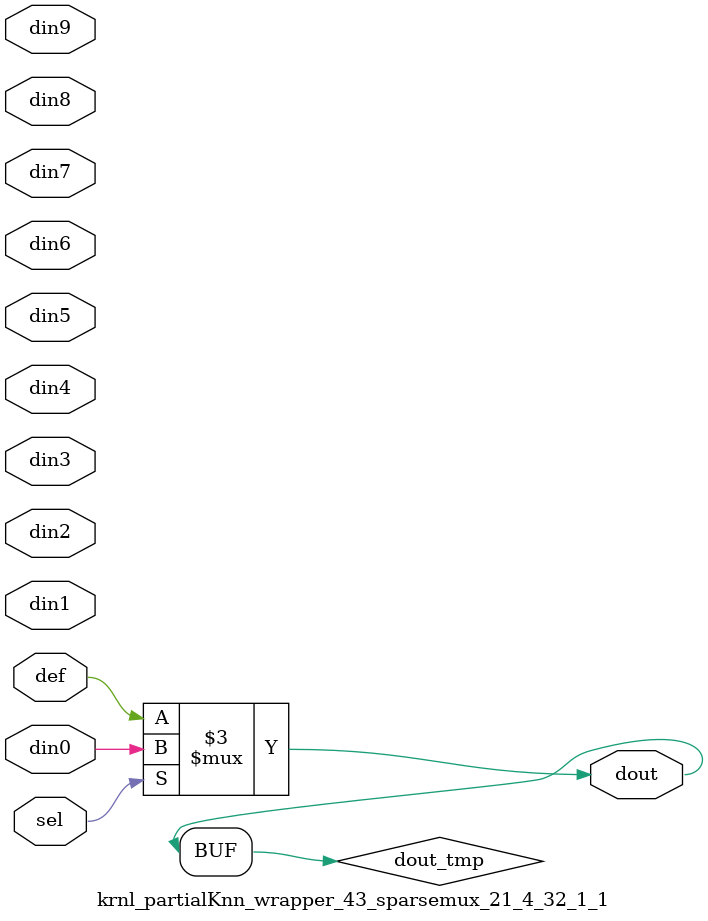
<source format=v>
`timescale 1ns / 1ps

module krnl_partialKnn_wrapper_43_sparsemux_21_4_32_1_1 (din0,din1,din2,din3,din4,din5,din6,din7,din8,din9,def,sel,dout);

parameter din0_WIDTH = 1;

parameter din1_WIDTH = 1;

parameter din2_WIDTH = 1;

parameter din3_WIDTH = 1;

parameter din4_WIDTH = 1;

parameter din5_WIDTH = 1;

parameter din6_WIDTH = 1;

parameter din7_WIDTH = 1;

parameter din8_WIDTH = 1;

parameter din9_WIDTH = 1;

parameter def_WIDTH = 1;
parameter sel_WIDTH = 1;
parameter dout_WIDTH = 1;

parameter [sel_WIDTH-1:0] CASE0 = 1;

parameter [sel_WIDTH-1:0] CASE1 = 1;

parameter [sel_WIDTH-1:0] CASE2 = 1;

parameter [sel_WIDTH-1:0] CASE3 = 1;

parameter [sel_WIDTH-1:0] CASE4 = 1;

parameter [sel_WIDTH-1:0] CASE5 = 1;

parameter [sel_WIDTH-1:0] CASE6 = 1;

parameter [sel_WIDTH-1:0] CASE7 = 1;

parameter [sel_WIDTH-1:0] CASE8 = 1;

parameter [sel_WIDTH-1:0] CASE9 = 1;

parameter ID = 1;
parameter NUM_STAGE = 1;



input [din0_WIDTH-1:0] din0;

input [din1_WIDTH-1:0] din1;

input [din2_WIDTH-1:0] din2;

input [din3_WIDTH-1:0] din3;

input [din4_WIDTH-1:0] din4;

input [din5_WIDTH-1:0] din5;

input [din6_WIDTH-1:0] din6;

input [din7_WIDTH-1:0] din7;

input [din8_WIDTH-1:0] din8;

input [din9_WIDTH-1:0] din9;

input [def_WIDTH-1:0] def;
input [sel_WIDTH-1:0] sel;

output [dout_WIDTH-1:0] dout;



reg [dout_WIDTH-1:0] dout_tmp;

always @ (*) begin
case (sel)
    
    CASE0 : dout_tmp = din0;
    
    CASE1 : dout_tmp = din1;
    
    CASE2 : dout_tmp = din2;
    
    CASE3 : dout_tmp = din3;
    
    CASE4 : dout_tmp = din4;
    
    CASE5 : dout_tmp = din5;
    
    CASE6 : dout_tmp = din6;
    
    CASE7 : dout_tmp = din7;
    
    CASE8 : dout_tmp = din8;
    
    CASE9 : dout_tmp = din9;
    
    default : dout_tmp = def;
endcase
end


assign dout = dout_tmp;



endmodule

</source>
